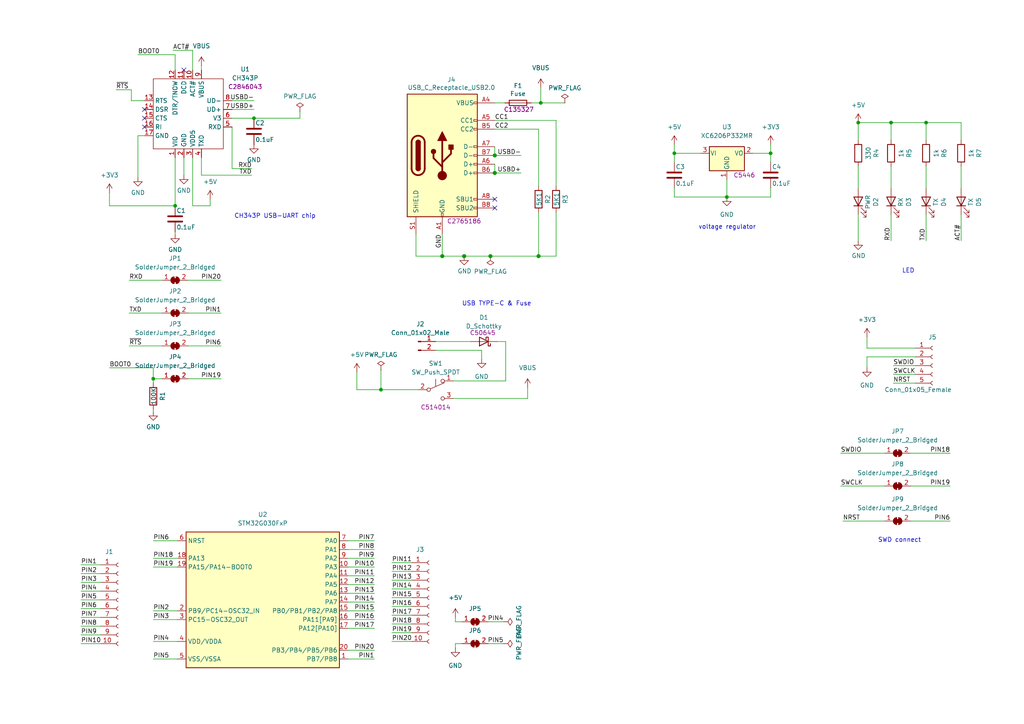
<source format=kicad_sch>
(kicad_sch (version 20211123) (generator eeschema)
  (paper "A4")
  (lib_symbols
    (symbol "Connector:Conn_01x02_Male" (pin_names (offset 1.016) hide)
      (property "Reference" "J" (at 0 2.54 0))
      (property "Value" "Conn_01x02_Male" (at 0 -5.08 0))
      (symbol "Conn_01x02_Male_1_1"
        (polyline (pts (xy 1.27 -2.54) (xy 0.8636 -2.54)) (stroke (width 0.1524)))
        (polyline (pts (xy 1.27 0) (xy 0.8636 0)) (stroke (width 0.1524)))
        (rectangle (start 0.8636 -2.413) (end 0 -2.667) (stroke (width 0.1524)) (fill (type outline)))
        (rectangle (start 0.8636 0.127) (end 0 -0.127) (stroke (width 0.1524)) (fill (type outline)))
        (pin passive line (at 5.08 0 180) (length 3.81) (name "Pin_1") (number "1"))
        (pin passive line (at 5.08 -2.54 180) (length 3.81) (name "Pin_2") (number "2"))
      )
    )
    (symbol "Connector:Conn_01x05_Female" (pin_names (offset 1.016) hide)
      (property "Reference" "J" (at 0 7.62 0))
      (property "Value" "Conn_01x05_Female" (at 0 -7.62 0))
      (symbol "Conn_01x05_Female_1_1"
        (arc (start 0 -4.572) (mid -0.508 -5.08) (end 0 -5.588) (stroke (width 0.1524)))
        (arc (start 0 -2.032) (mid -0.508 -2.54) (end 0 -3.048) (stroke (width 0.1524)))
        (polyline (pts (xy -1.27 -5.08) (xy -0.508 -5.08)) (stroke (width 0.1524)))
        (polyline (pts (xy -1.27 -2.54) (xy -0.508 -2.54)) (stroke (width 0.1524)))
        (polyline (pts (xy -1.27 0) (xy -0.508 0)) (stroke (width 0.1524)))
        (polyline (pts (xy -1.27 2.54) (xy -0.508 2.54)) (stroke (width 0.1524)))
        (polyline (pts (xy -1.27 5.08) (xy -0.508 5.08)) (stroke (width 0.1524)))
        (arc (start 0 0.508) (mid -0.508 0) (end 0 -0.508) (stroke (width 0.1524)))
        (arc (start 0 3.048) (mid -0.508 2.54) (end 0 2.032) (stroke (width 0.1524)))
        (arc (start 0 5.588) (mid -0.508 5.08) (end 0 4.572) (stroke (width 0.1524)))
        (pin passive line (at -5.08 5.08 0) (length 3.81) (name "Pin_1") (number "1"))
        (pin passive line (at -5.08 2.54 0) (length 3.81) (name "Pin_2") (number "2"))
        (pin passive line (at -5.08 0 0) (length 3.81) (name "Pin_3") (number "3"))
        (pin passive line (at -5.08 -2.54 0) (length 3.81) (name "Pin_4") (number "4"))
        (pin passive line (at -5.08 -5.08 0) (length 3.81) (name "Pin_5") (number "5"))
      )
    )
    (symbol "Connector:Conn_01x10_Female" (pin_names (offset 1.016) hide)
      (property "Reference" "J" (at 0 12.7 0))
      (property "Value" "Conn_01x10_Female" (at 0 -15.24 0))
      (symbol "Conn_01x10_Female_1_1"
        (arc (start 0 -12.192) (mid -0.508 -12.7) (end 0 -13.208) (stroke (width 0.1524)))
        (arc (start 0 -9.652) (mid -0.508 -10.16) (end 0 -10.668) (stroke (width 0.1524)))
        (arc (start 0 -7.112) (mid -0.508 -7.62) (end 0 -8.128) (stroke (width 0.1524)))
        (arc (start 0 -4.572) (mid -0.508 -5.08) (end 0 -5.588) (stroke (width 0.1524)))
        (arc (start 0 -2.032) (mid -0.508 -2.54) (end 0 -3.048) (stroke (width 0.1524)))
        (polyline (pts (xy -1.27 -12.7) (xy -0.508 -12.7)) (stroke (width 0.1524)))
        (polyline (pts (xy -1.27 -10.16) (xy -0.508 -10.16)) (stroke (width 0.1524)))
        (polyline (pts (xy -1.27 -7.62) (xy -0.508 -7.62)) (stroke (width 0.1524)))
        (polyline (pts (xy -1.27 -5.08) (xy -0.508 -5.08)) (stroke (width 0.1524)))
        (polyline (pts (xy -1.27 -2.54) (xy -0.508 -2.54)) (stroke (width 0.1524)))
        (polyline (pts (xy -1.27 0) (xy -0.508 0)) (stroke (width 0.1524)))
        (polyline (pts (xy -1.27 2.54) (xy -0.508 2.54)) (stroke (width 0.1524)))
        (polyline (pts (xy -1.27 5.08) (xy -0.508 5.08)) (stroke (width 0.1524)))
        (polyline (pts (xy -1.27 7.62) (xy -0.508 7.62)) (stroke (width 0.1524)))
        (polyline (pts (xy -1.27 10.16) (xy -0.508 10.16)) (stroke (width 0.1524)))
        (arc (start 0 0.508) (mid -0.508 0) (end 0 -0.508) (stroke (width 0.1524)))
        (arc (start 0 3.048) (mid -0.508 2.54) (end 0 2.032) (stroke (width 0.1524)))
        (arc (start 0 5.588) (mid -0.508 5.08) (end 0 4.572) (stroke (width 0.1524)))
        (arc (start 0 8.128) (mid -0.508 7.62) (end 0 7.112) (stroke (width 0.1524)))
        (arc (start 0 10.668) (mid -0.508 10.16) (end 0 9.652) (stroke (width 0.1524)))
        (pin passive line (at -5.08 10.16 0) (length 3.81) (name "Pin_1") (number "1"))
        (pin passive line (at -5.08 -12.7 0) (length 3.81) (name "Pin_10") (number "10"))
        (pin passive line (at -5.08 7.62 0) (length 3.81) (name "Pin_2") (number "2"))
        (pin passive line (at -5.08 5.08 0) (length 3.81) (name "Pin_3") (number "3"))
        (pin passive line (at -5.08 2.54 0) (length 3.81) (name "Pin_4") (number "4"))
        (pin passive line (at -5.08 0 0) (length 3.81) (name "Pin_5") (number "5"))
        (pin passive line (at -5.08 -2.54 0) (length 3.81) (name "Pin_6") (number "6"))
        (pin passive line (at -5.08 -5.08 0) (length 3.81) (name "Pin_7") (number "7"))
        (pin passive line (at -5.08 -7.62 0) (length 3.81) (name "Pin_8") (number "8"))
        (pin passive line (at -5.08 -10.16 0) (length 3.81) (name "Pin_9") (number "9"))
      )
    )
    (symbol "Connector:USB_C_Receptacle_USB2.0" (pin_names (offset 1.016))
      (property "Reference" "J" (at -10.16 19.05 0))
      (property "Value" "USB_C_Receptacle_USB2.0" (at 19.05 19.05 0))
      (symbol "USB_C_Receptacle_USB2.0_0_0"
        (rectangle (start -0.254 -17.78) (end 0.254 -16.764))
        (rectangle (start 10.16 -14.986) (end 9.144 -15.494))
        (rectangle (start 10.16 -12.446) (end 9.144 -12.954))
        (rectangle (start 10.16 -4.826) (end 9.144 -5.334))
        (rectangle (start 10.16 -2.286) (end 9.144 -2.794))
        (rectangle (start 10.16 0.254) (end 9.144 -0.254))
        (rectangle (start 10.16 2.794) (end 9.144 2.286))
        (rectangle (start 10.16 7.874) (end 9.144 7.366))
        (rectangle (start 10.16 10.414) (end 9.144 9.906))
        (rectangle (start 10.16 15.494) (end 9.144 14.986))
      )
      (symbol "USB_C_Receptacle_USB2.0_0_1"
        (rectangle (start -10.16 17.78) (end 10.16 -17.78) (stroke (width 0.254)) (fill (type background)))
        (arc (start -8.89 -3.81) (mid -6.985 -5.715) (end -5.08 -3.81) (stroke (width 0.508)))
        (arc (start -7.62 -3.81) (mid -6.985 -4.445) (end -6.35 -3.81) (stroke (width 0.254)))
        (arc (start -7.62 -3.81) (mid -6.985 -4.445) (end -6.35 -3.81) (stroke (width 0.254)) (fill (type outline)))
        (rectangle (start -7.62 -3.81) (end -6.35 3.81) (stroke (width 0.254)) (fill (type outline)))
        (arc (start -6.35 3.81) (mid -6.985 4.445) (end -7.62 3.81) (stroke (width 0.254)))
        (arc (start -6.35 3.81) (mid -6.985 4.445) (end -7.62 3.81) (stroke (width 0.254)) (fill (type outline)))
        (arc (start -5.08 3.81) (mid -6.985 5.715) (end -8.89 3.81) (stroke (width 0.508)))
        (circle (center -2.54 1.143) (radius 0.635) (stroke (width 0.254)) (fill (type outline)))
        (circle (center 0 -5.842) (radius 1.27) (fill (type outline)))
        (polyline (pts (xy -8.89 -3.81) (xy -8.89 3.81)) (stroke (width 0.508)))
        (polyline (pts (xy -5.08 3.81) (xy -5.08 -3.81)) (stroke (width 0.508)))
        (polyline (pts (xy 0 -5.842) (xy 0 4.318)) (stroke (width 0.508)))
        (polyline (pts (xy 0 -3.302) (xy -2.54 -0.762) (xy -2.54 0.508)) (stroke (width 0.508)))
        (polyline (pts (xy 0 -2.032) (xy 2.54 0.508) (xy 2.54 1.778)) (stroke (width 0.508)))
        (polyline (pts (xy -1.27 4.318) (xy 0 6.858) (xy 1.27 4.318) (xy -1.27 4.318)) (stroke (width 0.254)) (fill (type outline)))
        (rectangle (start 1.905 1.778) (end 3.175 3.048) (stroke (width 0.254)) (fill (type outline)))
      )
      (symbol "USB_C_Receptacle_USB2.0_1_1"
        (pin passive line (at 0 -22.86 90) (length 5.08) (name "GND") (number "A1"))
        (pin passive line (at 0 -22.86 90) (length 5.08) hide (name "GND") (number "A12"))
        (pin passive line (at 15.24 15.24 180) (length 5.08) (name "VBUS") (number "A4"))
        (pin bidirectional line (at 15.24 10.16 180) (length 5.08) (name "CC1") (number "A5"))
        (pin bidirectional line (at 15.24 -2.54 180) (length 5.08) (name "D+") (number "A6"))
        (pin bidirectional line (at 15.24 2.54 180) (length 5.08) (name "D-") (number "A7"))
        (pin bidirectional line (at 15.24 -12.7 180) (length 5.08) (name "SBU1") (number "A8"))
        (pin passive line (at 15.24 15.24 180) (length 5.08) hide (name "VBUS") (number "A9"))
        (pin passive line (at 0 -22.86 90) (length 5.08) hide (name "GND") (number "B1"))
        (pin passive line (at 0 -22.86 90) (length 5.08) hide (name "GND") (number "B12"))
        (pin passive line (at 15.24 15.24 180) (length 5.08) hide (name "VBUS") (number "B4"))
        (pin bidirectional line (at 15.24 7.62 180) (length 5.08) (name "CC2") (number "B5"))
        (pin bidirectional line (at 15.24 -5.08 180) (length 5.08) (name "D+") (number "B6"))
        (pin bidirectional line (at 15.24 0 180) (length 5.08) (name "D-") (number "B7"))
        (pin bidirectional line (at 15.24 -15.24 180) (length 5.08) (name "SBU2") (number "B8"))
        (pin passive line (at 15.24 15.24 180) (length 5.08) hide (name "VBUS") (number "B9"))
        (pin passive line (at -7.62 -22.86 90) (length 5.08) (name "SHIELD") (number "S1"))
      )
    )
    (symbol "Device:C" (pin_numbers hide) (pin_names (offset 0.254))
      (property "Reference" "C" (at 0.635 2.54 0))
      (property "Value" "C" (at 0.635 -2.54 0))
      (symbol "C_0_1"
        (polyline (pts (xy -2.032 -0.762) (xy 2.032 -0.762)) (stroke (width 0.508)))
        (polyline (pts (xy -2.032 0.762) (xy 2.032 0.762)) (stroke (width 0.508)))
      )
      (symbol "C_1_1"
        (pin passive line (at 0 3.81 270) (length 2.794) (name "~") (number "1"))
        (pin passive line (at 0 -3.81 90) (length 2.794) (name "~") (number "2"))
      )
    )
    (symbol "Device:D_Schottky" (pin_numbers hide) (pin_names (offset 1.016) hide)
      (property "Reference" "D" (at 0 2.54 0))
      (property "Value" "D_Schottky" (at 0 -2.54 0))
      (symbol "D_Schottky_0_1"
        (polyline (pts (xy 1.27 0) (xy -1.27 0)))
        (polyline (pts (xy 1.27 1.27) (xy 1.27 -1.27) (xy -1.27 0) (xy 1.27 1.27)) (stroke (width 0.254)))
        (polyline (pts (xy -1.905 0.635) (xy -1.905 1.27) (xy -1.27 1.27) (xy -1.27 -1.27) (xy -0.635 -1.27) (xy -0.635 -0.635)) (stroke (width 0.254)))
      )
      (symbol "D_Schottky_1_1"
        (pin passive line (at -3.81 0 0) (length 2.54) (name "K") (number "1"))
        (pin passive line (at 3.81 0 180) (length 2.54) (name "A") (number "2"))
      )
    )
    (symbol "Device:Fuse" (pin_numbers hide) (pin_names (offset 0))
      (property "Reference" "F" (at 2.032 0 90))
      (property "Value" "Fuse" (at -1.905 0 90))
      (symbol "Fuse_0_1"
        (rectangle (start -0.762 -2.54) (end 0.762 2.54) (stroke (width 0.254)))
        (polyline (pts (xy 0 2.54) (xy 0 -2.54)))
      )
      (symbol "Fuse_1_1"
        (pin passive line (at 0 3.81 270) (length 1.27) (name "~") (number "1"))
        (pin passive line (at 0 -3.81 90) (length 1.27) (name "~") (number "2"))
      )
    )
    (symbol "Device:LED" (pin_numbers hide) (pin_names (offset 1.016) hide)
      (property "Reference" "D" (at 0 2.54 0))
      (property "Value" "LED" (at 0 -2.54 0))
      (symbol "LED_0_1"
        (polyline (pts (xy -1.27 -1.27) (xy -1.27 1.27)) (stroke (width 0.254)))
        (polyline (pts (xy -1.27 0) (xy 1.27 0)))
        (polyline (pts (xy 1.27 -1.27) (xy 1.27 1.27) (xy -1.27 0) (xy 1.27 -1.27)) (stroke (width 0.254)))
        (polyline (pts (xy -3.048 -0.762) (xy -4.572 -2.286) (xy -3.81 -2.286) (xy -4.572 -2.286) (xy -4.572 -1.524)))
        (polyline (pts (xy -1.778 -0.762) (xy -3.302 -2.286) (xy -2.54 -2.286) (xy -3.302 -2.286) (xy -3.302 -1.524)))
      )
      (symbol "LED_1_1"
        (pin passive line (at -3.81 0 0) (length 2.54) (name "K") (number "1"))
        (pin passive line (at 3.81 0 180) (length 2.54) (name "A") (number "2"))
      )
    )
    (symbol "Device:R" (pin_numbers hide) (pin_names (offset 0))
      (property "Reference" "R" (at 2.032 0 90))
      (property "Value" "R" (at 0 0 90))
      (symbol "R_0_1"
        (rectangle (start -1.016 -2.54) (end 1.016 2.54) (stroke (width 0.254)))
      )
      (symbol "R_1_1"
        (pin passive line (at 0 3.81 270) (length 1.27) (name "~") (number "1"))
        (pin passive line (at 0 -3.81 90) (length 1.27) (name "~") (number "2"))
      )
    )
    (symbol "Interface_USB:CH343P"
      (property "Reference" "U" (at 8.89 -11.43 0))
      (property "Value" "CH343P" (at 10.16 12.7 0))
      (property "LCSC" "C2846043" (at -11.43 -11.43 0))
      (symbol "CH343P_0_0"
        (pin power_in line (at -3.81 -12.7 90) (length 2.54) (name "VIO") (number "1"))
        (pin output line (at 1.27 12.7 270) (length 2.54) (name "ACT#") (number "10"))
        (pin input line (at -1.27 12.7 270) (length 2.54) (name "DCD") (number "11"))
        (pin output line (at -3.81 12.7 270) (length 2.54) (name "DTR/TNOW") (number "12"))
        (pin output line (at -12.7 3.81 0) (length 2.54) (name "RTS") (number "13"))
        (pin input line (at -12.7 1.27 0) (length 2.54) (name "DSR") (number "14"))
        (pin input line (at -12.7 -1.27 0) (length 2.54) (name "CTS") (number "15"))
        (pin input line (at -12.7 -3.81 0) (length 2.54) (name "RI") (number "16"))
        (pin power_in line (at -12.7 -6.35 0) (length 2.54) (name "GND") (number "17"))
        (pin power_in line (at -1.27 -12.7 90) (length 2.54) (name "GND") (number "2"))
        (pin power_in line (at 1.27 -12.7 90) (length 2.54) (name "VDD5") (number "3"))
        (pin output line (at 3.81 -12.7 90) (length 2.54) (name "TXD") (number "4"))
        (pin input line (at 12.7 -3.81 180) (length 2.54) (name "RXD") (number "5"))
        (pin power_in line (at 12.7 -1.27 180) (length 2.54) (name "V3") (number "6"))
        (pin bidirectional line (at 12.7 1.27 180) (length 2.54) (name "UD+") (number "7"))
        (pin bidirectional line (at 12.7 3.81 180) (length 2.54) (name "UD-") (number "8"))
        (pin input line (at 3.81 12.7 270) (length 2.54) (name "VBUS") (number "9"))
      )
      (symbol "CH343P_0_1"
        (rectangle (start -10.16 10.16) (end 10.16 -10.16))
      )
    )
    (symbol "Jumper:SolderJumper_2_Bridged" (pin_names (offset 0) hide)
      (property "Reference" "JP" (at 0 2.032 0))
      (property "Value" "SolderJumper_2_Bridged" (at 0 -2.54 0))
      (symbol "SolderJumper_2_Bridged_0_1"
        (rectangle (start -0.508 0.508) (end 0.508 -0.508) (fill (type outline)))
        (arc (start -0.254 1.016) (mid -1.27 0) (end -0.254 -1.016))
        (arc (start -0.254 1.016) (mid -1.27 0) (end -0.254 -1.016) (fill (type outline)))
        (polyline (pts (xy -0.254 1.016) (xy -0.254 -1.016)))
        (polyline (pts (xy 0.254 1.016) (xy 0.254 -1.016)))
        (arc (start 0.254 -1.016) (mid 1.27 0) (end 0.254 1.016))
        (arc (start 0.254 -1.016) (mid 1.27 0) (end 0.254 1.016) (fill (type outline)))
      )
      (symbol "SolderJumper_2_Bridged_1_1"
        (pin passive line (at -3.81 0 0) (length 2.54) (name "A") (number "1"))
        (pin passive line (at 3.81 0 180) (length 2.54) (name "B") (number "2"))
      )
    )
    (symbol "MCU_ST_STM32G0:STM32G030FxP"
      (property "Reference" "U" (at -33.02 17.78 0))
      (property "Value" "STM32G030FxP" (at -27.94 -24.13 0))
      (symbol "STM32G030FxP_0_1"
        (rectangle (start -34.29 16.51) (end 10.16 -22.86) (stroke (width 0.254)) (fill (type background)))
      )
      (symbol "STM32G030FxP_1_1"
        (pin bidirectional line (at 12.7 -20.32 180) (length 2.54) (name "PB7/PB8") (number "1"))
        (pin bidirectional line (at 12.7 6.35 180) (length 2.54) (name "PA3") (number "10"))
        (pin bidirectional line (at 12.7 3.81 180) (length 2.54) (name "PA4") (number "11"))
        (pin bidirectional line (at 12.7 1.27 180) (length 2.54) (name "PA5") (number "12"))
        (pin bidirectional line (at 12.7 -1.27 180) (length 2.54) (name "PA6") (number "13"))
        (pin bidirectional line (at 12.7 -3.81 180) (length 2.54) (name "PA7") (number "14"))
        (pin bidirectional line (at 12.7 -6.35 180) (length 2.54) (name "PB0/PB1/PB2/PA8") (number "15"))
        (pin bidirectional line (at 12.7 -8.89 180) (length 2.54) (name "PA11[PA9]") (number "16"))
        (pin bidirectional line (at 12.7 -11.43 180) (length 2.54) (name "PA12[PA10]") (number "17"))
        (pin bidirectional line (at -36.83 8.89 0) (length 2.54) (name "PA13") (number "18"))
        (pin bidirectional line (at -36.83 6.35 0) (length 2.54) (name "PA15/PA14-BOOT0") (number "19"))
        (pin input line (at -36.83 -6.35 0) (length 2.54) (name "PB9/PC14-OSC32_IN") (number "2"))
        (pin bidirectional line (at 12.7 -17.78 180) (length 2.54) (name "PB3/PB4/PB5/PB6") (number "20"))
        (pin input line (at -36.83 -8.89 0) (length 2.54) (name "PC15-OSC32_OUT") (number "3"))
        (pin power_in line (at -36.83 -15.24 0) (length 2.54) (name "VDD/VDDA") (number "4"))
        (pin power_in line (at -36.83 -20.32 0) (length 2.54) (name "VSS/VSSA") (number "5"))
        (pin input line (at -36.83 13.97 0) (length 2.54) (name "NRST") (number "6"))
        (pin bidirectional line (at 12.7 13.97 180) (length 2.54) (name "PA0") (number "7"))
        (pin bidirectional line (at 12.7 11.43 180) (length 2.54) (name "PA1") (number "8"))
        (pin bidirectional line (at 12.7 8.89 180) (length 2.54) (name "PA2") (number "9"))
      )
    )
    (symbol "Regulator_Linear:XC6206PxxxMR" (pin_names (offset 0.254))
      (property "Reference" "U" (at -3.81 3.175 0))
      (property "Value" "XC6206PxxxMR" (at 0 3.175 0))
      (symbol "XC6206PxxxMR_0_1"
        (rectangle (start -5.08 1.905) (end 5.08 -5.08) (stroke (width 0.254)) (fill (type background)))
      )
      (symbol "XC6206PxxxMR_1_1"
        (pin power_in line (at 0 -7.62 90) (length 2.54) (name "GND") (number "1"))
        (pin power_out line (at 7.62 0 180) (length 2.54) (name "VO") (number "2"))
        (pin power_in line (at -7.62 0 0) (length 2.54) (name "VI") (number "3"))
      )
    )
    (symbol "Switch:SW_Push_SPDT" (pin_names (offset 0) hide)
      (property "Reference" "SW" (at 0 4.318 0))
      (property "Value" "SW_Push_SPDT" (at 0 -5.08 0))
      (symbol "SW_Push_SPDT_0_0"
        (circle (center -2.032 0) (radius 0.508))
        (polyline (pts (xy 0 1.016) (xy 0 3.048)))
        (circle (center 2.032 -2.54) (radius 0.508))
      )
      (symbol "SW_Push_SPDT_0_1"
        (polyline (pts (xy -1.524 0.254) (xy 2.54 2.032)))
        (circle (center 2.032 2.54) (radius 0.508))
      )
      (symbol "SW_Push_SPDT_1_1"
        (pin passive line (at 5.08 2.54 180) (length 2.54) (name "A") (number "1"))
        (pin passive line (at -5.08 0 0) (length 2.54) (name "B") (number "2"))
        (pin passive line (at 5.08 -2.54 180) (length 2.54) (name "C") (number "3"))
      )
    )
    (symbol "power:+3V3" (power) (pin_names (offset 0))
      (property "Value" "+3V3" (at 0 3.556 0))
      (symbol "+3V3_0_1"
        (polyline (pts (xy -0.762 1.27) (xy 0 2.54)))
        (polyline (pts (xy 0 0) (xy 0 2.54)))
        (polyline (pts (xy 0 2.54) (xy 0.762 1.27)))
      )
      (symbol "+3V3_1_1"
        (pin power_in line (at 0 0 90) (length 0) hide (name "+3V3") (number "1"))
      )
    )
    (symbol "power:+5V" (power) (pin_names (offset 0))
      (property "Value" "+5V" (at 0 3.556 0))
      (symbol "+5V_0_1"
        (polyline (pts (xy -0.762 1.27) (xy 0 2.54)))
        (polyline (pts (xy 0 0) (xy 0 2.54)))
        (polyline (pts (xy 0 2.54) (xy 0.762 1.27)))
      )
      (symbol "+5V_1_1"
        (pin power_in line (at 0 0 90) (length 0) hide (name "+5V") (number "1"))
      )
    )
    (symbol "power:GND" (power) (pin_names (offset 0))
      (property "Value" "GND" (at 0 -3.81 0))
      (symbol "GND_0_1"
        (polyline (pts (xy 0 0) (xy 0 -1.27) (xy 1.27 -1.27) (xy 0 -2.54) (xy -1.27 -1.27) (xy 0 -1.27)))
      )
      (symbol "GND_1_1"
        (pin power_in line (at 0 0 270) (length 0) hide (name "GND") (number "1"))
      )
    )
    (symbol "power:PWR_FLAG" (power) (pin_numbers hide) (pin_names (offset 0) hide)
      (property "Value" "PWR_FLAG" (at 0 3.81 0))
      (symbol "PWR_FLAG_0_0"
        (pin power_out line (at 0 0 90) (length 0) (name "pwr") (number "1"))
      )
      (symbol "PWR_FLAG_0_1"
        (polyline (pts (xy 0 0) (xy 0 1.27) (xy -1.016 1.905) (xy 0 2.54) (xy 1.016 1.905) (xy 0 1.27)))
      )
    )
    (symbol "power:VBUS" (power) (pin_names (offset 0))
      (property "Value" "VBUS" (at 0 3.81 0))
      (symbol "VBUS_0_1"
        (polyline (pts (xy -0.762 1.27) (xy 0 2.54)))
        (polyline (pts (xy 0 0) (xy 0 2.54)))
        (polyline (pts (xy 0 2.54) (xy 0.762 1.27)))
      )
      (symbol "VBUS_1_1"
        (pin power_in line (at 0 0 90) (length 0) hide (name "VBUS") (number "1"))
      )
    )
  )
  (junction (at 210.82 57.15))
  (junction (at 143.51 50.165) (diameter 1.016))
  (junction (at 73.66 34.29))
  (junction (at 142.24 74.295) (diameter 1.016))
  (junction (at 156.845 29.845))
  (junction (at 268.605 35.56))
  (junction (at 195.58 44.45))
  (junction (at 134.62 74.295) (diameter 1.016))
  (junction (at 44.45 109.855))
  (junction (at 110.49 113.03))
  (junction (at 223.52 44.45))
  (junction (at 248.92 35.56))
  (junction (at 50.8 59.69))
  (junction (at 258.445 35.56))
  (junction (at 143.51 45.085) (diameter 1.016))
  (junction (at 156.21 74.295) (diameter 1.016))
  (junction (at 128.27 74.295) (diameter 1.016))
  (no_connect (at 143.51 57.785))
  (no_connect (at 143.51 60.325))
  (no_connect (at 41.91 31.75))
  (no_connect (at 41.91 34.29))
  (no_connect (at 41.91 36.83))
  (no_connect (at 53.34 20.32))
  (wire (pts (xy 67.31 48.895) (xy 73.025 48.895)))
  (wire (pts (xy 23.495 168.91) (xy 29.21 168.91)))
  (wire (pts (xy 248.92 62.23) (xy 248.92 69.85)))
  (wire (pts (xy 108.585 164.465) (xy 100.965 164.465)))
  (wire (pts (xy 44.45 111.125) (xy 44.45 109.855)))
  (wire (pts (xy 143.51 29.845) (xy 146.431 29.845)))
  (wire (pts (xy 223.52 44.45) (xy 223.52 46.99)))
  (wire (pts (xy 73.66 34.29) (xy 86.995 34.29)))
  (wire (pts (xy 141.605 180.34) (xy 146.05 180.34)))
  (wire (pts (xy 67.31 36.83) (xy 67.31 48.895)))
  (wire (pts (xy 244.475 151.13) (xy 256.54 151.13)))
  (wire (pts (xy 44.45 109.855) (xy 46.99 109.855)))
  (wire (pts (xy 44.45 106.68) (xy 44.45 109.855)))
  (wire (pts (xy 143.51 47.625) (xy 143.51 50.165)))
  (wire (pts (xy 44.45 186.055) (xy 51.435 186.055)))
  (wire (pts (xy 110.49 113.03) (xy 103.505 113.03)))
  (wire (pts (xy 128.27 74.295) (xy 120.65 74.295)))
  (wire (pts (xy 44.45 156.845) (xy 51.435 156.845)))
  (wire (pts (xy 126.365 99.06) (xy 136.525 99.06)))
  (wire (pts (xy 44.45 118.745) (xy 44.45 119.38)))
  (wire (pts (xy 133.985 186.69) (xy 132.08 186.69)))
  (wire (pts (xy 113.665 175.895) (xy 119.38 175.895)))
  (wire (pts (xy 156.21 37.465) (xy 156.21 53.975)))
  (wire (pts (xy 50.8 20.32) (xy 50.8 15.875)))
  (wire (pts (xy 248.92 35.56) (xy 258.445 35.56)))
  (wire (pts (xy 108.585 159.385) (xy 100.965 159.385)))
  (wire (pts (xy 223.52 57.15) (xy 223.52 54.61)))
  (wire (pts (xy 156.845 25.4) (xy 156.845 29.845)))
  (wire (pts (xy 54.61 109.855) (xy 64.135 109.855)))
  (wire (pts (xy 251.46 100.965) (xy 251.46 97.79)))
  (wire (pts (xy 37.465 81.28) (xy 46.99 81.28)))
  (wire (pts (xy 108.585 182.245) (xy 100.965 182.245)))
  (wire (pts (xy 143.51 42.545) (xy 143.51 45.085)))
  (wire (pts (xy 23.495 173.99) (xy 29.21 173.99)))
  (wire (pts (xy 23.495 163.83) (xy 29.21 163.83)))
  (wire (pts (xy 108.585 156.845) (xy 100.965 156.845)))
  (wire (pts (xy 113.665 165.735) (xy 119.38 165.735)))
  (wire (pts (xy 58.42 19.05) (xy 58.42 20.32)))
  (wire (pts (xy 23.495 184.15) (xy 29.21 184.15)))
  (wire (pts (xy 251.46 103.505) (xy 265.43 103.505)))
  (wire (pts (xy 108.585 191.135) (xy 100.965 191.135)))
  (wire (pts (xy 128.27 67.945) (xy 128.27 74.295)))
  (wire (pts (xy 108.585 161.925) (xy 100.965 161.925)))
  (wire (pts (xy 50.8 45.72) (xy 50.8 59.69)))
  (wire (pts (xy 256.54 140.97) (xy 243.84 140.97)))
  (wire (pts (xy 50.8 59.69) (xy 31.75 59.69)))
  (wire (pts (xy 31.75 106.68) (xy 44.45 106.68)))
  (wire (pts (xy 67.31 29.21) (xy 73.66 29.21)))
  (wire (pts (xy 108.585 169.545) (xy 100.965 169.545)))
  (wire (pts (xy 23.495 186.69) (xy 29.21 186.69)))
  (wire (pts (xy 141.605 186.69) (xy 146.05 186.69)))
  (wire (pts (xy 195.58 41.91) (xy 195.58 44.45)))
  (wire (pts (xy 134.62 74.295) (xy 128.27 74.295)))
  (wire (pts (xy 37.465 90.805) (xy 46.99 90.805)))
  (wire (pts (xy 37.465 100.33) (xy 46.99 100.33)))
  (wire (pts (xy 146.685 110.49) (xy 131.445 110.49)))
  (wire (pts (xy 38.1 26.035) (xy 38.1 29.21)))
  (wire (pts (xy 268.605 35.56) (xy 268.605 40.64)))
  (wire (pts (xy 33.655 26.035) (xy 38.1 26.035)))
  (wire (pts (xy 154.051 29.845) (xy 156.845 29.845)))
  (wire (pts (xy 60.96 57.785) (xy 60.96 59.69)))
  (wire (pts (xy 153.035 115.57) (xy 153.035 112.395)))
  (wire (pts (xy 108.585 172.085) (xy 100.965 172.085)))
  (wire (pts (xy 251.46 103.505) (xy 251.46 106.68)))
  (wire (pts (xy 108.585 177.165) (xy 100.965 177.165)))
  (wire (pts (xy 54.61 100.33) (xy 64.135 100.33)))
  (wire (pts (xy 23.495 179.07) (xy 29.21 179.07)))
  (wire (pts (xy 210.82 52.07) (xy 210.82 57.15)))
  (wire (pts (xy 131.445 115.57) (xy 153.035 115.57)))
  (wire (pts (xy 132.08 186.69) (xy 132.08 187.96)))
  (wire (pts (xy 161.29 34.925) (xy 161.29 53.975)))
  (wire (pts (xy 132.08 179.07) (xy 132.08 180.34)))
  (wire (pts (xy 258.445 62.23) (xy 258.445 69.85)))
  (wire (pts (xy 259.08 108.585) (xy 265.43 108.585)))
  (wire (pts (xy 143.51 50.165) (xy 151.13 50.165)))
  (wire (pts (xy 139.7 101.6) (xy 139.7 104.14)))
  (wire (pts (xy 55.88 45.72) (xy 55.88 59.69)))
  (wire (pts (xy 156.845 29.845) (xy 163.83 29.845)))
  (wire (pts (xy 58.42 45.72) (xy 58.42 50.8)))
  (wire (pts (xy 258.445 35.56) (xy 258.445 40.64)))
  (wire (pts (xy 113.665 170.815) (xy 119.38 170.815)))
  (wire (pts (xy 113.665 178.435) (xy 119.38 178.435)))
  (wire (pts (xy 264.16 140.97) (xy 275.59 140.97)))
  (wire (pts (xy 248.92 35.56) (xy 248.92 40.64)))
  (wire (pts (xy 23.495 166.37) (xy 29.21 166.37)))
  (wire (pts (xy 218.44 44.45) (xy 223.52 44.45)))
  (wire (pts (xy 264.16 151.13) (xy 275.59 151.13)))
  (wire (pts (xy 50.165 14.605) (xy 55.88 14.605)))
  (wire (pts (xy 258.445 35.56) (xy 268.605 35.56)))
  (wire (pts (xy 41.91 39.37) (xy 40.005 39.37)))
  (wire (pts (xy 248.92 48.26) (xy 248.92 54.61)))
  (wire (pts (xy 44.45 177.165) (xy 51.435 177.165)))
  (wire (pts (xy 143.51 34.925) (xy 161.29 34.925)))
  (wire (pts (xy 108.585 167.005) (xy 100.965 167.005)))
  (wire (pts (xy 108.585 174.625) (xy 100.965 174.625)))
  (wire (pts (xy 120.65 67.945) (xy 120.65 74.295)))
  (wire (pts (xy 268.605 62.23) (xy 268.605 69.85)))
  (wire (pts (xy 44.45 164.465) (xy 51.435 164.465)))
  (wire (pts (xy 268.605 48.26) (xy 268.605 54.61)))
  (wire (pts (xy 23.495 176.53) (xy 29.21 176.53)))
  (wire (pts (xy 143.51 45.085) (xy 151.13 45.085)))
  (wire (pts (xy 55.88 20.32) (xy 55.88 14.605)))
  (wire (pts (xy 58.42 50.8) (xy 73.025 50.8)))
  (wire (pts (xy 195.58 54.61) (xy 195.58 57.15)))
  (wire (pts (xy 278.765 35.56) (xy 278.765 40.64)))
  (wire (pts (xy 40.005 15.875) (xy 50.8 15.875)))
  (wire (pts (xy 23.495 171.45) (xy 29.21 171.45)))
  (wire (pts (xy 31.75 55.88) (xy 31.75 59.69)))
  (wire (pts (xy 113.665 186.055) (xy 119.38 186.055)))
  (wire (pts (xy 259.08 111.125) (xy 265.43 111.125)))
  (wire (pts (xy 223.52 41.91) (xy 223.52 44.45)))
  (wire (pts (xy 113.665 173.355) (xy 119.38 173.355)))
  (wire (pts (xy 38.1 29.21) (xy 41.91 29.21)))
  (wire (pts (xy 110.49 107.315) (xy 110.49 113.03)))
  (wire (pts (xy 126.365 101.6) (xy 139.7 101.6)))
  (wire (pts (xy 108.585 179.705) (xy 100.965 179.705)))
  (wire (pts (xy 259.08 106.045) (xy 265.43 106.045)))
  (wire (pts (xy 86.995 32.385) (xy 86.995 34.29)))
  (wire (pts (xy 156.21 74.295) (xy 161.29 74.295)))
  (wire (pts (xy 195.58 44.45) (xy 195.58 46.99)))
  (wire (pts (xy 203.2 44.45) (xy 195.58 44.45)))
  (wire (pts (xy 142.24 74.295) (xy 156.21 74.295)))
  (wire (pts (xy 54.61 90.805) (xy 64.135 90.805)))
  (wire (pts (xy 142.24 74.295) (xy 134.62 74.295)))
  (wire (pts (xy 278.765 48.26) (xy 278.765 54.61)))
  (wire (pts (xy 268.605 35.56) (xy 278.765 35.56)))
  (wire (pts (xy 103.505 107.95) (xy 103.505 113.03)))
  (wire (pts (xy 251.46 100.965) (xy 265.43 100.965)))
  (wire (pts (xy 113.665 163.195) (xy 119.38 163.195)))
  (wire (pts (xy 108.585 188.595) (xy 100.965 188.595)))
  (wire (pts (xy 195.58 57.15) (xy 210.82 57.15)))
  (wire (pts (xy 113.665 183.515) (xy 119.38 183.515)))
  (wire (pts (xy 144.145 99.06) (xy 146.685 99.06)))
  (wire (pts (xy 53.34 45.72) (xy 53.34 50.8)))
  (wire (pts (xy 210.82 57.15) (xy 223.52 57.15)))
  (wire (pts (xy 67.31 34.29) (xy 73.66 34.29)))
  (wire (pts (xy 132.08 180.34) (xy 133.985 180.34)))
  (wire (pts (xy 264.16 131.445) (xy 275.59 131.445)))
  (wire (pts (xy 50.8 67.31) (xy 50.8 67.945)))
  (wire (pts (xy 243.84 131.445) (xy 256.54 131.445)))
  (wire (pts (xy 73.66 31.75) (xy 67.31 31.75)))
  (wire (pts (xy 113.665 180.975) (xy 119.38 180.975)))
  (wire (pts (xy 44.45 179.705) (xy 51.435 179.705)))
  (wire (pts (xy 143.51 37.465) (xy 156.21 37.465)))
  (wire (pts (xy 278.765 62.23) (xy 278.765 69.85)))
  (wire (pts (xy 44.45 161.925) (xy 51.435 161.925)))
  (wire (pts (xy 161.29 61.595) (xy 161.29 74.295)))
  (wire (pts (xy 23.495 181.61) (xy 29.21 181.61)))
  (wire (pts (xy 44.45 191.135) (xy 51.435 191.135)))
  (wire (pts (xy 54.61 81.28) (xy 64.135 81.28)))
  (wire (pts (xy 156.21 61.595) (xy 156.21 74.295)))
  (wire (pts (xy 258.445 48.26) (xy 258.445 54.61)))
  (wire (pts (xy 40.005 39.37) (xy 40.005 51.435)))
  (wire (pts (xy 146.685 99.06) (xy 146.685 110.49)))
  (wire (pts (xy 55.88 59.69) (xy 60.96 59.69)))
  (wire (pts (xy 113.665 168.275) (xy 119.38 168.275)))
  (wire (pts (xy 121.285 113.03) (xy 110.49 113.03)))
  (text "voltage regulator " (at 202.565 66.675 0) (effects (font (size 1.27 1.27)) (justify left bottom)))
  (text "CH343P USB-UART chip" (at 67.945 63.5 0) (effects (font (size 1.27 1.27)) (justify left bottom)))
  (text "SWD connect" (at 254.635 157.48 0) (effects (font (size 1.27 1.27)) (justify left bottom)))
  (text "USB TYPE-C & Fuse" (at 133.985 88.9 0) (effects (font (size 1.27 1.27)) (justify left bottom)))
  (text "LED" (at 261.62 79.375 0) (effects (font (size 1.27 1.27)) (justify left bottom)))
  (label "PIN18" (at 44.45 161.925 0))
  (label "PIN19" (at 275.59 140.97 180))
  (label "PIN4" (at 23.495 171.45 0))
  (label "TXD" (at 37.465 90.805 0))
  (label "~{RTS}" (at 37.465 100.33 0))
  (label "PIN1" (at 108.585 191.135 180))
  (label "PIN5" (at 44.45 191.135 0))
  (label "PIN10" (at 23.495 186.69 0))
  (label "USBD+" (at 151.13 50.165 180))
  (label "PIN18" (at 275.59 131.445 180))
  (label "PIN4" (at 146.05 180.34 180))
  (label "CC2" (at 143.51 37.465 0))
  (label "PIN9" (at 23.495 184.15 0))
  (label "CC1" (at 143.51 34.925 0))
  (label "SWDIO" (at 243.84 131.445 0))
  (label "PIN19" (at 44.45 164.465 0))
  (label "PIN13" (at 113.665 168.275 0))
  (label "PIN6" (at 44.45 156.845 0))
  (label "PIN20" (at 64.135 81.28 180))
  (label "~{RTS}" (at 33.655 26.035 0))
  (label "PIN17" (at 113.665 178.435 0))
  (label "GND" (at 128.27 67.945 270))
  (label "PIN6" (at 275.59 151.13 180))
  (label "PIN20" (at 113.665 186.055 0))
  (label "PIN1" (at 23.495 163.83 0))
  (label "PIN8" (at 23.495 181.61 0))
  (label "PIN20" (at 108.585 188.595 180))
  (label "PIN19" (at 64.135 109.855 180))
  (label "RXD" (at 37.465 81.28 0))
  (label "PIN7" (at 23.495 179.07 0))
  (label "PIN18" (at 113.665 180.975 0))
  (label "PIN14" (at 113.665 170.815 0))
  (label "NRST" (at 259.08 111.125 0))
  (label "PIN14" (at 108.585 174.625 180))
  (label "TXD" (at 268.605 69.85 90))
  (label "PIN3" (at 23.495 168.91 0))
  (label "USBD+" (at 73.66 31.75 180))
  (label "SWCLK" (at 243.84 140.97 0))
  (label "PIN2" (at 23.495 166.37 0))
  (label "PIN15" (at 113.665 173.355 0))
  (label "PIN17" (at 108.585 182.245 180))
  (label "PIN6" (at 23.495 176.53 0))
  (label "SWDIO" (at 259.08 106.045 0))
  (label "PIN15" (at 108.585 177.165 180))
  (label "PIN7" (at 108.585 156.845 180))
  (label "PIN5" (at 146.05 186.69 180))
  (label "TXD" (at 73.025 50.8 180))
  (label "BOOT0" (at 40.005 15.875 0))
  (label "RXD" (at 258.445 69.85 90))
  (label "PIN9" (at 108.585 161.925 180))
  (label "NRST" (at 244.475 151.13 0))
  (label "PIN2" (at 44.45 177.165 0))
  (label "ACT#" (at 50.165 14.605 0))
  (label "PIN16" (at 113.665 175.895 0))
  (label "PIN19" (at 113.665 183.515 0))
  (label "USBD-" (at 73.66 29.21 180))
  (label "PIN5" (at 23.495 173.99 0))
  (label "PIN16" (at 108.585 179.705 180))
  (label "PIN11" (at 113.665 163.195 0))
  (label "USBD-" (at 151.13 45.085 180))
  (label "PIN3" (at 44.45 179.705 0))
  (label "PIN13" (at 108.585 172.085 180))
  (label "ACT#" (at 278.765 69.85 90))
  (label "PIN1" (at 64.135 90.805 180))
  (label "PIN11" (at 108.585 167.005 180))
  (label "SWCLK" (at 259.08 108.585 0))
  (label "PIN6" (at 64.135 100.33 180))
  (label "PIN8" (at 108.585 159.385 180))
  (label "PIN12" (at 108.585 169.545 180))
  (label "RXD" (at 73.025 48.895 180))
  (label "BOOT0" (at 31.75 106.68 0))
  (label "PIN10" (at 108.585 164.465 180))
  (label "PIN12" (at 113.665 165.735 0))
  (label "PIN4" (at 44.45 186.055 0))
  (symbol (lib_id "power:GND") (at 132.08 187.96 0) (unit 1)
    (property "Reference" "#PWR011" (effects hide))
    (property "Value" "GND" (at 132.08 193.04 0))
  )
  (symbol (lib_id "Interface_USB:CH343P") (at 54.61 33.02 0) (unit 1)
    (property "Reference" "U1" (at 71.12 20.0912 0))
    (property "Value" "CH343P" (at 71.12 22.6312 0))
    (property "Footprint" "Package_DFN_QFN:QFN-16-1EP_3x3mm_P0.5mm_EP1.45x1.45mm" (effects hide))
    (property "LCSC" "C2846043" (at 71.12 25.1712 0))
  )
  (symbol (lib_id "power:GND") (at 73.66 41.91 0) (unit 1)
    (property "Reference" "#PWR08" (effects hide))
    (property "Value" "GND" (at 73.66 46.355 0))
  )
  (symbol (lib_id "power:GND") (at 248.92 69.85 0) (unit 1)
    (property "Reference" "#PWR020" (effects hide))
    (property "Value" "GND" (at 249.0343 74.1744 0))
  )
  (symbol (lib_id "power:GND") (at 251.46 106.68 0) (unit 1)
    (property "Reference" "#PWR022" (effects hide))
    (property "Value" "GND" (at 251.46 111.76 0))
  )
  (symbol (lib_id "power:VBUS") (at 58.42 19.05 0) (unit 1)
    (property "Reference" "#PWR06" (effects hide))
    (property "Value" "VBUS" (at 58.42 13.335 0))
  )
  (symbol (lib_id "power:PWR_FLAG") (at 110.49 107.315 0) (unit 1)
    (property "Reference" "#FLG02" (effects hide))
    (property "Value" "PWR_FLAG" (at 110.49 102.8636 0))
  )
  (symbol (lib_id "power:PWR_FLAG") (at 146.05 180.34 270) (unit 1)
    (property "Reference" "#FLG04" (effects hide))
    (property "Value" "PWR_FLAG" (at 150.5014 180.34 0))
  )
  (symbol (lib_id "Device:Fuse") (at 150.241 29.845 90) (unit 1)
    (property "Reference" "F1" (at 150.241 24.8728 90))
    (property "Value" "Fuse" (at 150.241 27.1715 90))
    (property "Footprint" "Fuse:Fuse_0805_2012Metric" (effects hide))
    (property "LCSC" "C135327" (at 150.495 31.75 90))
  )
  (symbol (lib_id "Jumper:SolderJumper_2_Bridged") (at 137.795 186.69 0) (unit 1) (in_bom no)
    (property "Reference" "JP6" (at 137.795 182.88 0))
    (property "Value" "SolderJumper_2_Bridged" (effects hide))
    (property "Footprint" "Jumper:SolderJumper-2_P1.3mm_Bridged2Bar_RoundedPad1.0x1.5mm" (effects hide))
  )
  (symbol (lib_id "power:+3V3") (at 223.52 41.91 0) (unit 1)
    (property "Reference" "#PWR018" (effects hide))
    (property "Value" "+3V3" (at 223.52 36.83 0))
  )
  (symbol (lib_id "Device:C") (at 223.52 50.8 0) (unit 1)
    (property "Reference" "C4" (at 223.901 48.381 0) (effects (justify left)))
    (property "Value" "0.1uF" (at 223.901 53.219 0) (effects (justify left)))
    (property "Footprint" "Capacitor_SMD:C_0805_2012Metric" (effects hide))
  )
  (symbol (lib_id "Jumper:SolderJumper_2_Bridged") (at 50.8 109.855 0) (unit 1) (in_bom no)
    (property "Reference" "JP4" (at 50.8 103.505 0))
    (property "Value" "SolderJumper_2_Bridged" (at 50.8 106.045 0))
    (property "Footprint" "Jumper:SolderJumper-2_P1.3mm_Bridged2Bar_RoundedPad1.0x1.5mm" (effects hide))
  )
  (symbol (lib_id "power:GND") (at 44.45 119.38 0) (unit 1)
    (property "Reference" "#PWR03" (effects hide))
    (property "Value" "GND" (at 44.45 123.825 0))
  )
  (symbol (lib_id "power:GND") (at 210.82 57.15 0) (unit 1)
    (property "Reference" "#PWR017" (effects hide))
    (property "Value" "GND" (at 210.82 62.23 0))
  )
  (symbol (lib_id "Device:C") (at 195.58 50.8 0) (unit 1)
    (property "Reference" "C3" (at 195.961 48.381 0) (effects (justify left)))
    (property "Value" "0.1uF" (at 195.961 53.219 0) (effects (justify left)))
    (property "Footprint" "Capacitor_SMD:C_0805_2012Metric" (effects hide))
  )
  (symbol (lib_id "Device:R") (at 258.445 44.45 180) (unit 1)
    (property "Reference" "R5" (at 263.6712 44.45 90))
    (property "Value" "1k" (at 261.372 44.45 90))
    (property "Footprint" "Resistor_SMD:R_0805_2012Metric" (effects hide))
  )
  (symbol (lib_id "Switch:SW_Push_SPDT") (at 126.365 113.03 0) (unit 1)
    (property "Reference" "SW1" (at 126.365 105.41 0))
    (property "Value" "SW_Push_SPDT" (at 126.365 107.95 0))
    (property "Footprint" "Button_Switch_SMD:SW_SPDT_PCM12" (effects hide))
    (property "LCSC" "C514014" (at 126.365 118.11 0))
  )
  (symbol (lib_id "power:+3V3") (at 31.75 55.88 0) (unit 1)
    (property "Reference" "#PWR01" (effects hide))
    (property "Value" "+3V3" (at 31.75 50.8 0))
  )
  (symbol (lib_id "Connector:USB_C_Receptacle_USB2.0") (at 128.27 45.085 0) (unit 1)
    (property "Reference" "J4" (at 130.937 23.0948 0))
    (property "Value" "USB_C_Receptacle_USB2.0" (at 130.937 25.3935 0))
    (property "Footprint" "Connector_USB:USB_C_Receptacle_HRO_TYPE-C-31-M-12" (effects hide))
    (property "Datasheet" "https://www.usb.org/sites/default/files/documents/usb_type-c.zip" (effects hide))
    (property "LCSC" "C2765186" (at 134.62 64.135 0))
  )
  (symbol (lib_id "Regulator_Linear:XC6206PxxxMR") (at 210.82 44.45 0) (unit 1)
    (property "Reference" "U3" (at 210.82 36.83 0))
    (property "Value" "XC6206P332MR" (at 210.82 39.37 0))
    (property "Footprint" "Package_TO_SOT_SMD:SOT-23" (effects hide))
    (property "Datasheet" "https://www.torexsemi.com/file/xc6206/XC6206.pdf" (effects hide))
    (property "LCSC" "C5446" (at 215.9 50.8 0))
  )
  (symbol (lib_id "Device:R") (at 268.605 44.45 180) (unit 1)
    (property "Reference" "R6" (at 273.8312 44.45 90))
    (property "Value" "1k" (at 271.532 44.45 90))
    (property "Footprint" "Resistor_SMD:R_0805_2012Metric" (effects hide))
  )
  (symbol (lib_id "Device:LED") (at 268.605 58.42 90) (unit 1)
    (property "Reference" "D4" (at 273.7042 58.6105 0))
    (property "Value" "TX" (at 271.406 58.61 0))
    (property "Footprint" "LED_SMD:LED_0805_2012Metric" (effects hide))
  )
  (symbol (lib_id "Connector:Conn_01x02_Male") (at 121.285 99.06 0) (unit 1)
    (property "Reference" "J2" (at 121.92 93.98 0))
    (property "Value" "Conn_01x02_Male" (at 121.92 96.52 0))
    (property "Footprint" "Connector_PinHeader_2.54mm:PinHeader_1x02_P2.54mm_Horizontal" (effects hide))
  )
  (symbol (lib_id "Device:R") (at 278.765 44.45 180) (unit 1)
    (property "Reference" "R7" (at 283.9912 44.45 90))
    (property "Value" "1k" (at 281.692 44.45 90))
    (property "Footprint" "Resistor_SMD:R_0805_2012Metric" (effects hide))
  )
  (symbol (lib_id "power:GND") (at 50.8 67.945 0) (unit 1)
    (property "Reference" "#PWR04" (effects hide))
    (property "Value" "GND" (at 50.8 72.39 0))
  )
  (symbol (lib_id "power:PWR_FLAG") (at 163.83 29.845 0) (unit 1)
    (property "Reference" "#FLG06" (effects hide))
    (property "Value" "PWR_FLAG" (at 163.83 25.5206 0))
  )
  (symbol (lib_id "power:VBUS") (at 156.845 25.4 0) (unit 1)
    (property "Reference" "#PWR015" (effects hide))
    (property "Value" "VBUS" (at 156.845 19.685 0))
  )
  (symbol (lib_id "power:PWR_FLAG") (at 86.995 32.385 0) (unit 1)
    (property "Reference" "#FLG01" (effects hide))
    (property "Value" "PWR_FLAG" (at 86.995 27.9336 0))
  )
  (symbol (lib_id "power:GND") (at 53.34 50.8 0) (unit 1)
    (property "Reference" "#PWR05" (effects hide))
    (property "Value" "GND" (at 53.34 55.245 0))
  )
  (symbol (lib_id "Device:LED") (at 248.92 58.42 90) (unit 1)
    (property "Reference" "D2" (at 254.0192 58.6105 0))
    (property "Value" "PWR" (at 251.72 58.61 0))
    (property "Footprint" "LED_SMD:LED_0805_2012Metric" (effects hide))
  )
  (symbol (lib_id "Jumper:SolderJumper_2_Bridged") (at 50.8 100.33 0) (unit 1) (in_bom no)
    (property "Reference" "JP3" (at 50.8 93.98 0))
    (property "Value" "SolderJumper_2_Bridged" (at 50.8 96.52 0))
    (property "Footprint" "Jumper:SolderJumper-2_P1.3mm_Bridged2Bar_RoundedPad1.0x1.5mm" (effects hide))
  )
  (symbol (lib_id "power:+5V") (at 132.08 179.07 0) (unit 1)
    (property "Reference" "#PWR010" (effects hide))
    (property "Value" "+5V" (at 132.08 173.355 0))
  )
  (symbol (lib_id "Device:D_Schottky") (at 140.335 99.06 180) (unit 1)
    (property "Reference" "D1" (at 140.335 92.075 0))
    (property "Value" "D_Schottky" (at 140.335 94.615 0))
    (property "Footprint" "Diode_SMD:D_SMA" (effects hide))
    (property "LCSC" "C50645" (at 140.0175 96.52 0))
  )
  (symbol (lib_id "power:GND") (at 139.7 104.14 0) (unit 1)
    (property "Reference" "#PWR013" (effects hide))
    (property "Value" "GND" (at 139.7 109.22 0))
  )
  (symbol (lib_id "Jumper:SolderJumper_2_Bridged") (at 137.795 180.34 0) (unit 1) (in_bom no)
    (property "Reference" "JP5" (at 137.795 176.53 0))
    (property "Value" "SolderJumper_2_Bridged" (effects hide))
    (property "Footprint" "Jumper:SolderJumper-2_P1.3mm_Bridged2Bar_RoundedPad1.0x1.5mm" (effects hide))
  )
  (symbol (lib_id "Device:R") (at 248.92 44.45 180) (unit 1)
    (property "Reference" "R4" (at 254.1462 44.45 90))
    (property "Value" "330" (at 251.847 44.45 90))
    (property "Footprint" "Resistor_SMD:R_0805_2012Metric" (effects hide))
  )
  (symbol (lib_id "Connector:Conn_01x05_Female") (at 270.51 106.045 0) (unit 1) (in_bom no)
    (property "Reference" "J5" (at 269.24 97.79 0) (effects (justify left)))
    (property "Value" "Conn_01x05_Female" (at 256.54 113.03 0) (effects (justify left)))
    (property "Footprint" "Connector_PinHeader_2.54mm:PinHeader_1x05_P2.54mm_Vertical" (effects hide))
  )
  (symbol (lib_id "power:+5V") (at 60.96 57.785 0) (unit 1)
    (property "Reference" "#PWR07" (effects hide))
    (property "Value" "+5V" (at 60.96 52.705 0))
  )
  (symbol (lib_id "power:PWR_FLAG") (at 142.24 74.295 180) (unit 1)
    (property "Reference" "#FLG03" (effects hide))
    (property "Value" "PWR_FLAG" (at 142.24 78.7464 0))
  )
  (symbol (lib_id "Jumper:SolderJumper_2_Bridged") (at 260.35 140.97 0) (unit 1) (in_bom no)
    (property "Reference" "JP8" (at 260.35 134.62 0))
    (property "Value" "SolderJumper_2_Bridged" (at 260.35 137.16 0))
    (property "Footprint" "Jumper:SolderJumper-2_P1.3mm_Bridged2Bar_RoundedPad1.0x1.5mm" (effects hide))
  )
  (symbol (lib_id "power:+5V") (at 195.58 41.91 0) (unit 1)
    (property "Reference" "#PWR016" (effects hide))
    (property "Value" "+5V" (at 195.58 36.83 0))
  )
  (symbol (lib_id "power:+3V3") (at 251.46 97.79 0) (unit 1)
    (property "Reference" "#PWR021" (effects hide))
    (property "Value" "+3V3" (at 251.46 92.71 0))
  )
  (symbol (lib_id "Jumper:SolderJumper_2_Bridged") (at 50.8 90.805 0) (unit 1) (in_bom no)
    (property "Reference" "JP2" (at 50.8 84.455 0))
    (property "Value" "SolderJumper_2_Bridged" (at 50.8 86.995 0))
    (property "Footprint" "Jumper:SolderJumper-2_P1.3mm_Bridged2Bar_RoundedPad1.0x1.5mm" (effects hide))
  )
  (symbol (lib_id "Jumper:SolderJumper_2_Bridged") (at 260.35 151.13 0) (unit 1) (in_bom no)
    (property "Reference" "JP9" (at 260.35 144.78 0))
    (property "Value" "SolderJumper_2_Bridged" (at 260.35 147.32 0))
    (property "Footprint" "Jumper:SolderJumper-2_P1.3mm_Bridged2Bar_RoundedPad1.0x1.5mm" (effects hide))
  )
  (symbol (lib_id "Device:LED") (at 258.445 58.42 90) (unit 1)
    (property "Reference" "D3" (at 263.5442 58.6105 0))
    (property "Value" "RX" (at 261.245 58.61 0))
    (property "Footprint" "LED_SMD:LED_0805_2012Metric" (effects hide))
  )
  (symbol (lib_id "Device:C") (at 73.66 38.1 0) (unit 1)
    (property "Reference" "C2" (at 74.041 35.681 0) (effects (justify left)))
    (property "Value" "0.1uF" (at 74.041 40.519 0) (effects (justify left)))
    (property "Footprint" "Capacitor_SMD:C_0805_2012Metric" (effects hide))
  )
  (symbol (lib_id "power:+5V") (at 248.92 35.56 0) (unit 1)
    (property "Reference" "#PWR019" (effects hide))
    (property "Value" "+5V" (at 248.92 30.48 0))
  )
  (symbol (lib_id "power:GND") (at 40.005 51.435 0) (unit 1)
    (property "Reference" "#PWR02" (effects hide))
    (property "Value" "GND" (at 40.005 55.88 0))
  )
  (symbol (lib_id "Jumper:SolderJumper_2_Bridged") (at 50.8 81.28 0) (unit 1) (in_bom no)
    (property "Reference" "JP1" (at 50.8 74.93 0))
    (property "Value" "SolderJumper_2_Bridged" (at 50.8 77.47 0))
    (property "Footprint" "Jumper:SolderJumper-2_P1.3mm_Bridged2Bar_RoundedPad1.0x1.5mm" (effects hide))
  )
  (symbol (lib_id "power:PWR_FLAG") (at 146.05 186.69 270) (unit 1)
    (property "Reference" "#FLG05" (effects hide))
    (property "Value" "PWR_FLAG" (at 150.5014 186.69 0))
  )
  (symbol (lib_id "power:VBUS") (at 153.035 112.395 0) (unit 1)
    (property "Reference" "#PWR014" (effects hide))
    (property "Value" "VBUS" (at 153.035 106.68 0))
  )
  (symbol (lib_id "Connector:Conn_01x10_Female") (at 124.46 173.355 0) (unit 1)
    (property "Reference" "J3" (at 120.65 159.385 0) (effects (justify left)))
    (property "Value" "Conn_01x10_Female" (effects hide))
    (property "Footprint" "Connector_PinHeader_2.54mm:PinHeader_1x10_P2.54mm_Vertical" (effects hide))
  )
  (symbol (lib_id "Device:R") (at 156.21 57.785 180) (unit 1)
    (property "Reference" "R2" (at 158.8962 57.785 90))
    (property "Value" "5K1" (at 156.343 57.785 90))
    (property "Footprint" "Resistor_SMD:R_0805_2012Metric" (effects hide))
  )
  (symbol (lib_id "MCU_ST_STM32G0:STM32G030FxP") (at 88.265 170.815 0) (unit 1)
    (property "Reference" "U2" (at 76.2 149.225 0))
    (property "Value" "STM32G030FxP" (at 76.2 151.765 0))
    (property "Footprint" "Package_SO:TSSOP-20_4.4x6.5mm_P0.65mm" (effects hide))
  )
  (symbol (lib_id "Device:LED") (at 278.765 58.42 90) (unit 1)
    (property "Reference" "D5" (at 283.8642 58.6105 0))
    (property "Value" "TX" (at 281.566 58.61 0))
    (property "Footprint" "LED_SMD:LED_0805_2012Metric" (effects hide))
  )
  (symbol (lib_id "Connector:Conn_01x10_Female") (at 34.29 173.99 0) (unit 1)
    (property "Reference" "J1" (at 30.48 160.02 0) (effects (justify left)))
    (property "Value" "Conn_01x10_Female" (effects hide))
    (property "Footprint" "Connector_PinHeader_2.54mm:PinHeader_1x10_P2.54mm_Vertical" (effects hide))
  )
  (symbol (lib_id "Device:C") (at 50.8 63.5 0) (unit 1)
    (property "Reference" "C1" (at 51.181 61.081 0) (effects (justify left)))
    (property "Value" "0.1uF" (at 51.181 65.919 0) (effects (justify left)))
    (property "Footprint" "Capacitor_SMD:C_0805_2012Metric" (effects hide))
  )
  (symbol (lib_id "Device:R") (at 161.29 57.785 180) (unit 1)
    (property "Reference" "R3" (at 163.9762 57.785 90))
    (property "Value" "5K1" (at 161.423 57.785 90))
    (property "Footprint" "Resistor_SMD:R_0805_2012Metric" (effects hide))
  )
  (symbol (lib_id "Device:R") (at 44.45 114.935 180) (unit 1)
    (property "Reference" "R1" (at 47.1362 114.935 90))
    (property "Value" "100K" (at 44.583 114.935 90))
    (property "Footprint" "Resistor_SMD:R_0805_2012Metric" (effects hide))
  )
  (symbol (lib_id "power:+5V") (at 103.505 107.95 0) (unit 1)
    (property "Reference" "#PWR09" (effects hide))
    (property "Value" "+5V" (at 103.505 102.87 0))
  )
  (symbol (lib_id "Jumper:SolderJumper_2_Bridged") (at 260.35 131.445 0) (unit 1) (in_bom no)
    (property "Reference" "JP7" (at 260.35 125.095 0))
    (property "Value" "SolderJumper_2_Bridged" (at 260.35 127.635 0))
    (property "Footprint" "Jumper:SolderJumper-2_P1.3mm_Bridged2Bar_RoundedPad1.0x1.5mm" (effects hide))
  )
  (symbol (lib_id "power:GND") (at 134.62 74.295 0) (unit 1)
    (property "Reference" "#PWR012" (effects hide))
    (property "Value" "GND" (at 134.7343 78.6194 0))
  )
)
</source>
